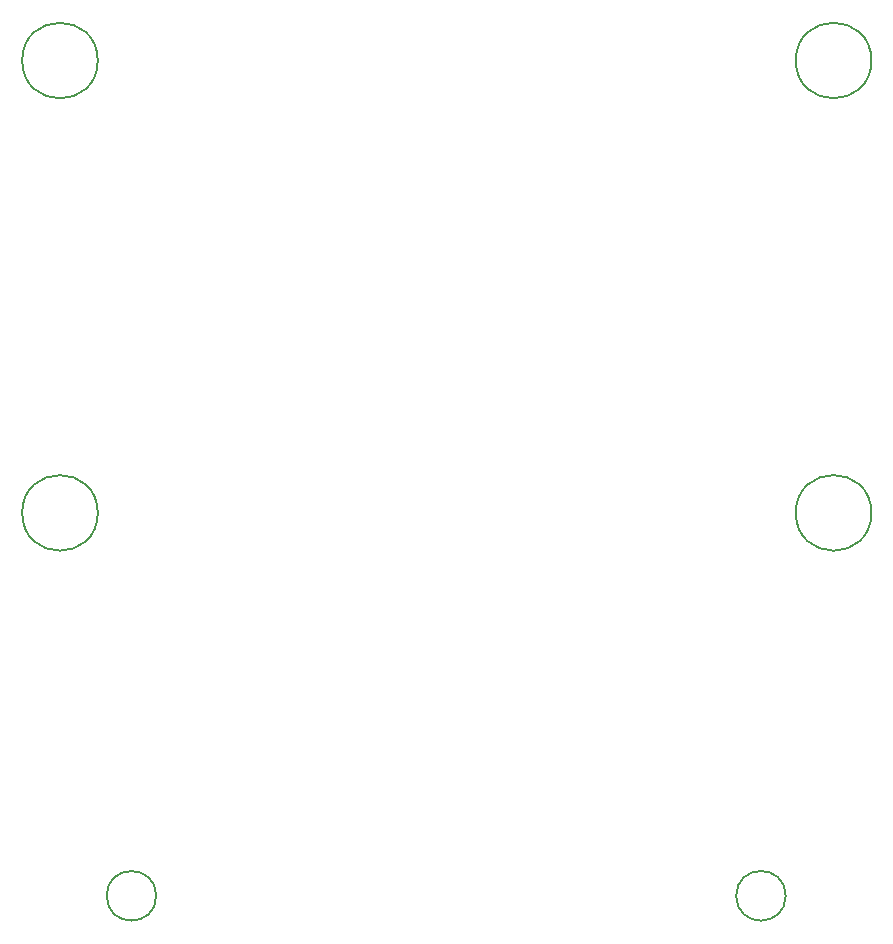
<source format=gbr>
%TF.GenerationSoftware,KiCad,Pcbnew,(6.0.11)*%
%TF.CreationDate,2023-04-23T13:39:53-07:00*%
%TF.ProjectId,EV6 Board Design,45563620-426f-4617-9264-204465736967,rev?*%
%TF.SameCoordinates,Original*%
%TF.FileFunction,Other,Comment*%
%FSLAX46Y46*%
G04 Gerber Fmt 4.6, Leading zero omitted, Abs format (unit mm)*
G04 Created by KiCad (PCBNEW (6.0.11)) date 2023-04-23 13:39:53*
%MOMM*%
%LPD*%
G01*
G04 APERTURE LIST*
%ADD10C,0.150000*%
G04 APERTURE END LIST*
D10*
%TO.C,REF\u002A\u002A*%
X209950000Y-120600000D02*
G75*
G03*
X209950000Y-120600000I-3200000J0D01*
G01*
X209950000Y-82300000D02*
G75*
G03*
X209950000Y-82300000I-3200000J0D01*
G01*
X268200000Y-153020000D02*
G75*
G03*
X268200000Y-153020000I-2100000J0D01*
G01*
X275450000Y-120600000D02*
G75*
G03*
X275450000Y-120600000I-3200000J0D01*
G01*
X275450000Y-82300000D02*
G75*
G03*
X275450000Y-82300000I-3200000J0D01*
G01*
X214900000Y-153020000D02*
G75*
G03*
X214900000Y-153020000I-2100000J0D01*
G01*
%TD*%
M02*

</source>
